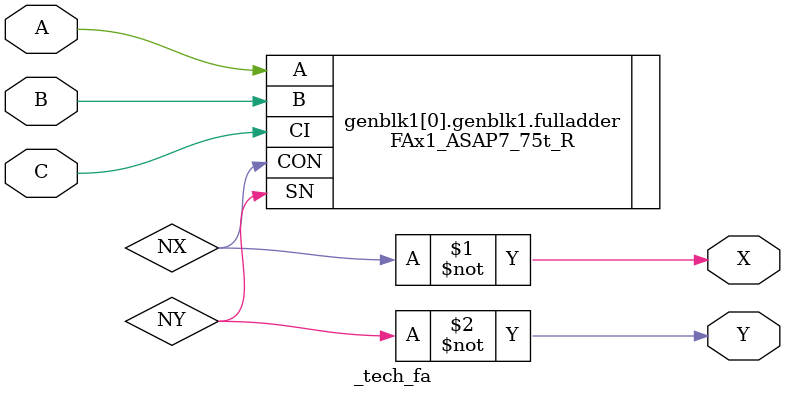
<source format=v>
(* techmap_celltype = "$fa" *)
module _tech_fa (A, B, C, X, Y);
  parameter WIDTH = 1;
  (* force_downto *)
  input [WIDTH-1 : 0] A, B, C;
  (* force_downto *)
  output [WIDTH-1 : 0] X, Y;

  wire [WIDTH-1 : 0] NX, NY;

  parameter _TECHMAP_CONSTVAL_A_ = WIDTH'bx;
  parameter _TECHMAP_CONSTVAL_B_ = WIDTH'bx;
  parameter _TECHMAP_CONSTVAL_C_ = WIDTH'bx;

  genvar i;
  generate for (i = 0; i < WIDTH; i = i + 1) begin
      if (_TECHMAP_CONSTVAL_A_[i] === 1'b0 || _TECHMAP_CONSTVAL_B_[i] === 1'b0 || _TECHMAP_CONSTVAL_C_[i] === 1'b0) begin
        if (_TECHMAP_CONSTVAL_C_[i] === 1'b0) begin
          HAxp5_ASAP7_75t_R halfadder_Cconst (
              .A(A[i]),
              .B(B[i]),
              .CON(NX[i]), .SN(NY[i])
            );
        end
        else begin
          if (_TECHMAP_CONSTVAL_B_[i] === 1'b0) begin
            HAxp5_ASAP7_75t_R halfadder_Bconst (
                .A(A[i]),
                .B(C[i]),
                .CON(NX[i]), .SN(NY[i])
              );
          end
          else begin
            HAxp5_ASAP7_75t_R halfadder_Aconst (
                .A(B[i]),
                .B(C[i]),
                .CON(NX[i]), .SN(NY[i])
              );
          end
        end
      end
      else begin
        FAx1_ASAP7_75t_R fulladder (
            .A(A[i]), .B(B[i]), .CI(C[i]), .CON(NX[i]), .SN(NY[i])
          );
      end

      assign X[i] = ~NX[i];
      assign Y[i] = ~NY[i];

    end endgenerate

endmodule

</source>
